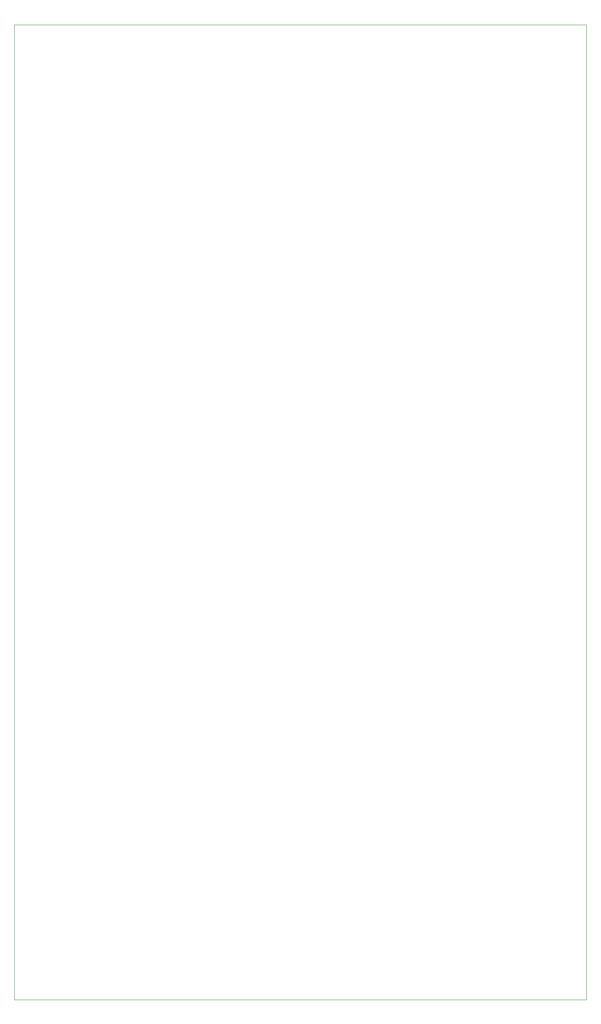
<source format=gm1>
G04 #@! TF.GenerationSoftware,KiCad,Pcbnew,5.1.5-52549c5~84~ubuntu19.10.1*
G04 #@! TF.CreationDate,2020-03-16T22:21:34+01:00*
G04 #@! TF.ProjectId,tetris-board,74657472-6973-42d6-926f-6172642e6b69,rev?*
G04 #@! TF.SameCoordinates,Original*
G04 #@! TF.FileFunction,Profile,NP*
%FSLAX46Y46*%
G04 Gerber Fmt 4.6, Leading zero omitted, Abs format (unit mm)*
G04 Created by KiCad (PCBNEW 5.1.5-52549c5~84~ubuntu19.10.1) date 2020-03-16 22:21:34*
%MOMM*%
%LPD*%
G04 APERTURE LIST*
%ADD10C,0.050000*%
G04 APERTURE END LIST*
D10*
X35560000Y-243840000D02*
X35560000Y-46990000D01*
X151130000Y-243840000D02*
X35560000Y-243840000D01*
X151130000Y-46990000D02*
X151130000Y-243840000D01*
X35560000Y-46990000D02*
X151130000Y-46990000D01*
M02*

</source>
